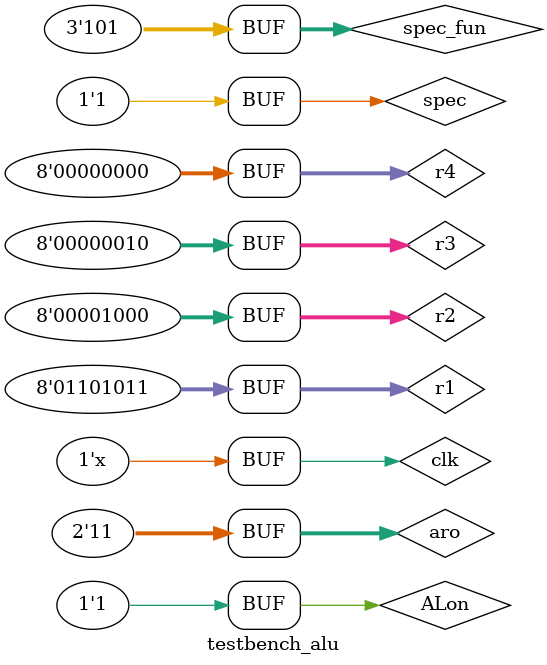
<source format=sv>
module testbench_alu();
// Declare inputs as regs and outputs as wires
reg clk;
reg [1:0] aro;
reg spec;
reg [2:0]spec_fun;
reg [7:0]r1;
reg [7:0]r2;
reg [7:0]r3;
reg [7:0]r4;
reg ALon;

wire [7:0] res;
wire [3:0] NZCV;
// Initialize all variables
initial begin
clk = 1; // initial value of clock
ALon = 0; // initial value of ALUon
spec = 0; // initial value of special_op (off)
spec_fun = 3'b000; // initial value of special function
aro = 2'b00; // initial value of aro (add)
#10 r1 = 8'd3;
#10 r2 = 8'd5;
#10 // wait a cycle, make sure result wasn't computed
#10 ALon = 1; r1=8'd5; r2=8'd1; // set ALon high  -> 5+1
#10 aro=2'b01; r1=8'd5; r2=8'd1;// 5-1
#10 r1=8'd5; r2=8'd5;// 5-5
#10 r1=8'd3; r2=8'd6;// 3-6
#10 aro=2'b10; r1=8'd5; r2=8'd5; // cmp 5,5
#10 r1=8'd6; r2=8'd2; // cmp 6,2
#10 r1=8'd4; r2=8'd10; // cmp 4,10
#10 aro=2'b11; r1=8'd5; r2=8'd5; // slt 5,5
#10 r1=8'd6; r2=8'd2; // slt 6,2
#10 r1=8'd4; r2=8'd10; // slt 4,10
#10 r1=8'd0; r2=8'd255; // slt 4,10
#10 spec=1; spec_fun =3'b000; r1=0; r2=3; r3=2; r4=0; // MFL
#10 spec_fun =3'b001; r1=0; r2=8'b10111110; // SPC
#10 spec_fun =3'b001; r1=1; r2=8'b11110010; // SPC
#10 spec_fun =3'b001; r1=2; r2=8'b10110110; // SPC
#10 spec_fun =3'b010; r1=0; r2=3; r3=2; r4=0; // MFH
#10 spec_fun =3'b011; r1=3; r2=8; // ISC
#10 spec_fun =3'b100; r1=10; // INC
#10 spec_fun =3'b101; r1=107; // SM



end
// Clock generator
always begin
#5 clk = ~clk; // Toggle clock every 5 ticks
// this makes the clock cycle 10 ticks
end
// the following creates an instance of our program_counter register.

// I copied this code verbatim from the pc_schematic.v that was
// generated by Quartus when I created the .v file from the .bdf.
alu alu_inst(
.aro(aro),
.special_op(spec),
.special_func(spec_fun),
.reg1(r1),
.reg2(r2),
.reg3(r3),
.reg4(r4),
.ALUon(ALon),
.clk(clk),
.result(res),
.NZCV(NZCV));
endmodule
</source>
